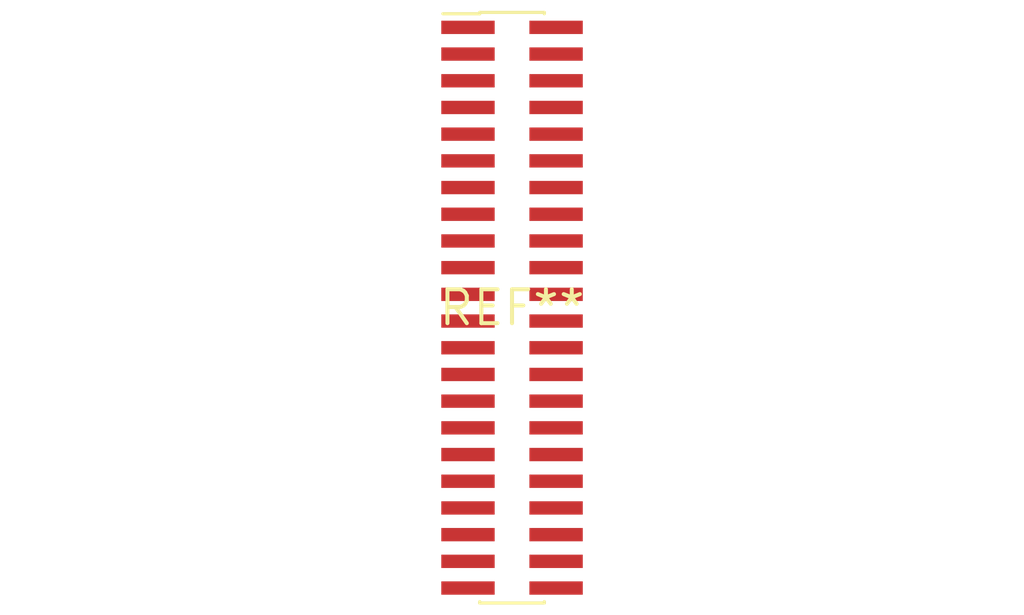
<source format=kicad_pcb>
(kicad_pcb (version 20240108) (generator pcbnew)
  (layers (0 "F.Cu" signal) (31 "B.Cu" signal) (34 "B.Paste" user) (35 "F.Paste" user) (36 "B.SilkS" user "B.Silkscreen") (37 "F.SilkS" user "F.Silkscreen") (38 "B.Mask" user) (39 "F.Mask" user) (44 "Edge.Cuts" user))
  (net 0 "")
  (footprint "PinHeader_2x22_P1.00mm_Vertical_SMD" (layer "F.Cu") (at 0 0)
    (property "Reference" "REF**")
    (property "Value" "PinHeader_2x22_P1.00mm_Vertical_SMD")
    (fp_line (start -2.59 -11.01) (end -1.21 -11.01) (layer "F.SilkS") (stroke (width 0.12)))
    (fp_line (start -1.21 -11.06) (end -1.21 -11.01) (layer "F.SilkS") (stroke (width 0.12)))
    (fp_line (start -1.21 -11.06) (end 1.21 -11.06) (layer "F.SilkS") (stroke (width 0.12)))
    (fp_line (start -1.21 11.01) (end -1.21 11.06) (layer "F.SilkS") (stroke (width 0.12)))
    (fp_line (start -1.21 11.06) (end 1.21 11.06) (layer "F.SilkS") (stroke (width 0.12)))
    (fp_line (start 1.21 -11.06) (end 1.21 -11.01) (layer "F.SilkS") (stroke (width 0.12)))
    (fp_line (start 1.21 11.01) (end 1.21 11.06) (layer "F.SilkS") (stroke (width 0.12)))
    (pad "1" smd rect (at -1.65 -10.5) (size 2 0.5) (layers "F.Cu" "F.Paste" "F.Mask"))
    (pad "2" smd rect (at 1.65 -10.5) (size 2 0.5) (layers "F.Cu" "F.Paste" "F.Mask"))
    (pad "3" smd rect (at -1.65 -9.5) (size 2 0.5) (layers "F.Cu" "F.Paste" "F.Mask"))
    (pad "4" smd rect (at 1.65 -9.5) (size 2 0.5) (layers "F.Cu" "F.Paste" "F.Mask"))
    (pad "5" smd rect (at -1.65 -8.5) (size 2 0.5) (layers "F.Cu" "F.Paste" "F.Mask"))
    (pad "6" smd rect (at 1.65 -8.5) (size 2 0.5) (layers "F.Cu" "F.Paste" "F.Mask"))
    (pad "7" smd rect (at -1.65 -7.5) (size 2 0.5) (layers "F.Cu" "F.Paste" "F.Mask"))
    (pad "8" smd rect (at 1.65 -7.5) (size 2 0.5) (layers "F.Cu" "F.Paste" "F.Mask"))
    (pad "9" smd rect (at -1.65 -6.5) (size 2 0.5) (layers "F.Cu" "F.Paste" "F.Mask"))
    (pad "10" smd rect (at 1.65 -6.5) (size 2 0.5) (layers "F.Cu" "F.Paste" "F.Mask"))
    (pad "11" smd rect (at -1.65 -5.5) (size 2 0.5) (layers "F.Cu" "F.Paste" "F.Mask"))
    (pad "12" smd rect (at 1.65 -5.5) (size 2 0.5) (layers "F.Cu" "F.Paste" "F.Mask"))
    (pad "13" smd rect (at -1.65 -4.5) (size 2 0.5) (layers "F.Cu" "F.Paste" "F.Mask"))
    (pad "14" smd rect (at 1.65 -4.5) (size 2 0.5) (layers "F.Cu" "F.Paste" "F.Mask"))
    (pad "15" smd rect (at -1.65 -3.5) (size 2 0.5) (layers "F.Cu" "F.Paste" "F.Mask"))
    (pad "16" smd rect (at 1.65 -3.5) (size 2 0.5) (layers "F.Cu" "F.Paste" "F.Mask"))
    (pad "17" smd rect (at -1.65 -2.5) (size 2 0.5) (layers "F.Cu" "F.Paste" "F.Mask"))
    (pad "18" smd rect (at 1.65 -2.5) (size 2 0.5) (layers "F.Cu" "F.Paste" "F.Mask"))
    (pad "19" smd rect (at -1.65 -1.5) (size 2 0.5) (layers "F.Cu" "F.Paste" "F.Mask"))
    (pad "20" smd rect (at 1.65 -1.5) (size 2 0.5) (layers "F.Cu" "F.Paste" "F.Mask"))
    (pad "21" smd rect (at -1.65 -0.5) (size 2 0.5) (layers "F.Cu" "F.Paste" "F.Mask"))
    (pad "22" smd rect (at 1.65 -0.5) (size 2 0.5) (layers "F.Cu" "F.Paste" "F.Mask"))
    (pad "23" smd rect (at -1.65 0.5) (size 2 0.5) (layers "F.Cu" "F.Paste" "F.Mask"))
    (pad "24" smd rect (at 1.65 0.5) (size 2 0.5) (layers "F.Cu" "F.Paste" "F.Mask"))
    (pad "25" smd rect (at -1.65 1.5) (size 2 0.5) (layers "F.Cu" "F.Paste" "F.Mask"))
    (pad "26" smd rect (at 1.65 1.5) (size 2 0.5) (layers "F.Cu" "F.Paste" "F.Mask"))
    (pad "27" smd rect (at -1.65 2.5) (size 2 0.5) (layers "F.Cu" "F.Paste" "F.Mask"))
    (pad "28" smd rect (at 1.65 2.5) (size 2 0.5) (layers "F.Cu" "F.Paste" "F.Mask"))
    (pad "29" smd rect (at -1.65 3.5) (size 2 0.5) (layers "F.Cu" "F.Paste" "F.Mask"))
    (pad "30" smd rect (at 1.65 3.5) (size 2 0.5) (layers "F.Cu" "F.Paste" "F.Mask"))
    (pad "31" smd rect (at -1.65 4.5) (size 2 0.5) (layers "F.Cu" "F.Paste" "F.Mask"))
    (pad "32" smd rect (at 1.65 4.5) (size 2 0.5) (layers "F.Cu" "F.Paste" "F.Mask"))
    (pad "33" smd rect (at -1.65 5.5) (size 2 0.5) (layers "F.Cu" "F.Paste" "F.Mask"))
    (pad "34" smd rect (at 1.65 5.5) (size 2 0.5) (layers "F.Cu" "F.Paste" "F.Mask"))
    (pad "35" smd rect (at -1.65 6.5) (size 2 0.5) (layers "F.Cu" "F.Paste" "F.Mask"))
    (pad "36" smd rect (at 1.65 6.5) (size 2 0.5) (layers "F.Cu" "F.Paste" "F.Mask"))
    (pad "37" smd rect (at -1.65 7.5) (size 2 0.5) (layers "F.Cu" "F.Paste" "F.Mask"))
    (pad "38" smd rect (at 1.65 7.5) (size 2 0.5) (layers "F.Cu" "F.Paste" "F.Mask"))
    (pad "39" smd rect (at -1.65 8.5) (size 2 0.5) (layers "F.Cu" "F.Paste" "F.Mask"))
    (pad "40" smd rect (at 1.65 8.5) (size 2 0.5) (layers "F.Cu" "F.Paste" "F.Mask"))
    (pad "41" smd rect (at -1.65 9.5) (size 2 0.5) (layers "F.Cu" "F.Paste" "F.Mask"))
    (pad "42" smd rect (at 1.65 9.5) (size 2 0.5) (layers "F.Cu" "F.Paste" "F.Mask"))
    (pad "43" smd rect (at -1.65 10.5) (size 2 0.5) (layers "F.Cu" "F.Paste" "F.Mask"))
    (pad "44" smd rect (at 1.65 10.5) (size 2 0.5) (layers "F.Cu" "F.Paste" "F.Mask"))
  )
)
</source>
